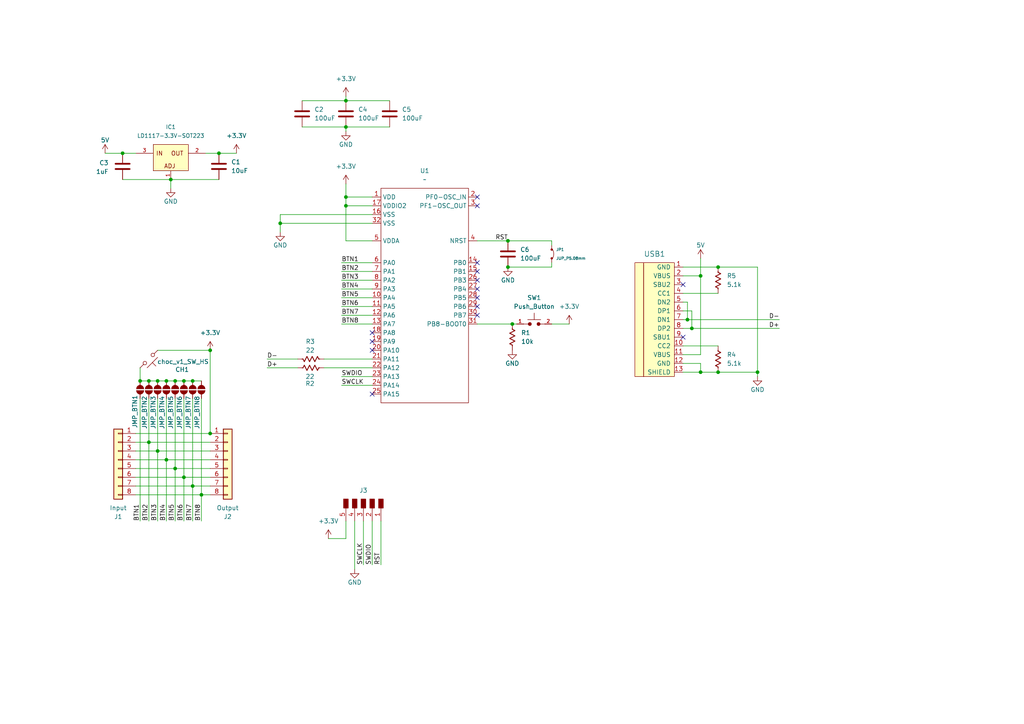
<source format=kicad_sch>
(kicad_sch (version 20250114) (generator "eeschema") (generator_version "9.0")
  (paper "A4")
  (lib_symbols
    (symbol "PCM_4ms_Power-symbol:+3.3V" (power) (pin_names (offset 0))
      (property "Value" "+3.3V" (at 0 3.556 0))
      (symbol "+3.3V_0_1"
        (polyline (pts (xy -0.762 1.27) (xy 0 2.54)))
        (polyline (pts (xy 0 2.54) (xy 0.762 1.27)))
        (polyline (pts (xy 0 0) (xy 0 2.54)))
      )
      (symbol "+3.3V_1_1"
        (pin power_in line (at 0 0 90) (length 0) (hide yes) (name "+3V3") (number "1"))
      )
    )
    (symbol "PCM_4ms_Regulator:LD1117-3.3V-SOT223" (pin_names (offset 1.016) (hide yes))
      (property "Reference" "IC" (at 2.54 -6.35 0))
      (property "Value" "LD1117-3.3V-SOT223" (at -4.445 4.445 0))
      (symbol "LD1117-3.3V-SOT223_1_0"
        (rectangle (start -5.08 3.81) (end 5.08 -3.81) (fill (type background)))
        (text "IN" (at -3.2766 1.2446 0) (effects (font (size 1.2192 1.2192))))
        (text "ADJ" (at -0.2794 -2.4384 0) (effects (font (size 1.2192 1.2192))))
        (text "OUT" (at 1.8796 1.2446 0) (effects (font (size 1.2192 1.2192))))
      )
      (symbol "LD1117-3.3V-SOT223_1_1"
        (pin input line (at -10.16 1.27 0) (length 5.08) (name "IN") (number "3"))
        (pin input line (at 0 -6.35 90) (length 2.54) (name "ADJ") (number "1"))
        (pin passive line (at 10.16 1.27 180) (length 5.08) (name "OUT") (number "2"))
      )
    )
    (symbol "PCM_Capacitor_AKL:C_0402" (pin_numbers (hide yes)) (pin_names (offset 0.254))
      (property "Reference" "C" (at 0.635 2.54 0))
      (property "Value" "C_0402" (at 0.635 -2.54 0))
      (symbol "C_0402_0_1"
        (polyline (pts (xy -2.032 0.762) (xy 2.032 0.762)) (stroke (width 0.508)))
        (polyline (pts (xy -2.032 -0.762) (xy 2.032 -0.762)) (stroke (width 0.508)))
      )
      (symbol "C_0402_0_2"
        (polyline (pts (xy -2.54 -2.54) (xy -0.381 -0.381)))
        (polyline (pts (xy -0.508 -0.508) (xy -1.651 0.635)) (stroke (width 0.508)))
        (polyline (pts (xy -0.508 -0.508) (xy 0.635 -1.651)) (stroke (width 0.508)))
        (polyline (pts (xy 0.381 0.381) (xy 2.54 2.54)))
        (polyline (pts (xy 0.508 0.508) (xy -0.635 1.651)) (stroke (width 0.508)))
        (polyline (pts (xy 0.508 0.508) (xy 1.651 -0.635)) (stroke (width 0.508)))
      )
      (symbol "C_0402_1_1"
        (pin passive line (at 0 3.81 270) (length 2.794) (name "~") (number "1"))
        (pin passive line (at 0 -3.81 90) (length 2.794) (name "~") (number "2"))
      )
      (symbol "C_0402_1_2"
        (pin passive line (at -2.54 -2.54 90) (length 0) (name "~") (number "2"))
        (pin passive line (at 2.54 2.54 270) (length 0) (name "~") (number "1"))
      )
    )
    (symbol "PCM_Resistor_US_AKL:R_0805" (pin_numbers (hide yes)) (pin_names (offset 0))
      (property "Reference" "R" (at 2.54 1.27 0))
      (property "Value" "R_0805" (at 2.54 -1.27 0))
      (symbol "R_0805_0_1"
        (polyline (pts (xy 0 2.286) (xy 0 2.54)) (stroke (width 0.254)))
        (polyline (pts (xy 0 2.286) (xy 0.762 1.905) (xy -0.762 1.143) (xy 0 0.762) (xy 0.762 0.381) (xy 0 0) (xy -0.762 -0.381) (xy 0 -0.762) (xy 0.762 -1.143) (xy 0 -1.524) (xy -0.762 -1.905) (xy 0 -2.286)) (stroke (width 0.254)))
        (polyline (pts (xy 0 -2.286) (xy 0 -2.54)) (stroke (width 0.254)))
      )
      (symbol "R_0805_0_2"
        (polyline (pts (xy -2.54 -2.54) (xy -1.778 -1.778)))
        (polyline (pts (xy -1.778 -1.778) (xy -1.524 -1.524)) (stroke (width 0.254)))
        (polyline (pts (xy -1.524 -1.524) (xy -1.778 -0.762) (xy -1.016 -1.016)) (stroke (width 0.254)))
        (polyline (pts (xy -0.508 -0.508) (xy -0.762 0.254) (xy 0 0)) (stroke (width 0.254)))
        (polyline (pts (xy -0.508 -0.508) (xy -0.254 -1.27) (xy -1.016 -1.016)) (stroke (width 0.254)))
        (polyline (pts (xy 0.508 0.508) (xy 0.254 1.27) (xy 1.016 1.016)) (stroke (width 0.254)))
        (polyline (pts (xy 0.508 0.508) (xy 0.762 -0.254) (xy 0 0)) (stroke (width 0.254)))
        (polyline (pts (xy 1.524 1.524) (xy 1.778 0.762) (xy 1.016 1.016)) (stroke (width 0.254)))
        (polyline (pts (xy 1.778 1.778) (xy 1.524 1.524)) (stroke (width 0.254)))
        (polyline (pts (xy 1.778 1.778) (xy 2.54 2.54)))
      )
      (symbol "R_0805_1_1"
        (pin passive line (at 0 3.81 270) (length 1.27) (name "~") (number "1"))
        (pin passive line (at 0 -3.81 90) (length 1.27) (name "~") (number "2"))
      )
      (symbol "R_0805_1_2"
        (pin passive line (at -2.54 -2.54 0) (length 0) (name "") (number "2"))
        (pin passive line (at 2.54 2.54 180) (length 0) (name "") (number "1"))
      )
    )
    (symbol "PCM_SL_Devices:Push_Button"
      (property "Reference" "SW" (at 0 6.35 0))
      (property "Value" "Push_Button" (at 0 4.445 0))
      (symbol "Push_Button_0_1"
        (polyline (pts (xy -3.175 0) (xy -1.778 0)))
        (polyline (pts (xy -1.905 1.27) (xy 1.905 1.27)))
        (circle (center -1.27 0) (radius 0.4579) (fill (type outline)))
        (polyline (pts (xy 0 1.27) (xy 0 3.175)))
        (circle (center 1.27 0) (radius 0.4579) (fill (type outline)))
        (polyline (pts (xy 1.778 0) (xy 3.175 0)))
      )
      (symbol "Push_Button_1_1"
        (pin passive line (at -5.08 0 0) (length 2) (name "") (number "1"))
        (pin passive line (at 5.08 0 180) (length 2) (name "") (number "2"))
      )
    )
    (symbol "PCM_SL_Jumpers_THT:JUP_P5.08mm"
      (property "Reference" "JP" (at -4.064 1.524 0))
      (property "Value" "JUP_P5.08mm" (at 1.27 1.524 0))
      (symbol "JUP_P5.08mm_0_1"
        (circle (center -1.27 0) (radius 0.254) (fill (type outline)))
        (arc (start -1.27 0.254) (mid 0 0.5892) (end 1.27 0.254))
        (circle (center 1.27 0) (radius 0.254) (fill (type outline)))
      )
      (symbol "JUP_P5.08mm_1_1"
        (pin passive line (at -2.54 0 0) (length 1.2) (name "") (number "1"))
        (pin passive line (at 2.54 0 180) (length 1.2) (name "") (number "2"))
      )
    )
    (symbol "PCM_SparkFun-Connector:Conn_01x08_JST_P1.25mm_Locking_Horizontal_SMD" (pin_names (offset 1.016) (hide yes))
      (property "Reference" "J" (at 0 10.16 0))
      (property "Value" "JST_Locking_8" (at 0 -12.7 0))
      (symbol "Conn_01x08_JST_P1.25mm_Locking_Horizontal_SMD_1_1"
        (rectangle (start -1.27 8.89) (end 1.27 -11.43) (stroke (width 0.254)) (fill (type background)))
        (rectangle (start -1.27 7.747) (end 0 7.493) (stroke (width 0.1524)))
        (rectangle (start -1.27 5.207) (end 0 4.953) (stroke (width 0.1524)))
        (rectangle (start -1.27 2.667) (end 0 2.413) (stroke (width 0.1524)))
        (rectangle (start -1.27 0.127) (end 0 -0.127) (stroke (width 0.1524)))
        (rectangle (start -1.27 -2.413) (end 0 -2.667) (stroke (width 0.1524)))
        (rectangle (start -1.27 -4.953) (end 0 -5.207) (stroke (width 0.1524)))
        (rectangle (start -1.27 -7.493) (end 0 -7.747) (stroke (width 0.1524)))
        (rectangle (start -1.27 -10.033) (end 0 -10.287) (stroke (width 0.1524)))
        (pin passive line (at -5.08 7.62 0) (length 3.81) (name "Pin_1") (number "1"))
        (pin passive line (at -5.08 5.08 0) (length 3.81) (name "Pin_2") (number "2"))
        (pin passive line (at -5.08 2.54 0) (length 3.81) (name "Pin_3") (number "3"))
        (pin passive line (at -5.08 0 0) (length 3.81) (name "Pin_4") (number "4"))
        (pin passive line (at -5.08 -2.54 0) (length 3.81) (name "Pin_5") (number "5"))
        (pin passive line (at -5.08 -5.08 0) (length 3.81) (name "Pin_6") (number "6"))
        (pin passive line (at -5.08 -7.62 0) (length 3.81) (name "Pin_7") (number "7"))
        (pin passive line (at -5.08 -10.16 0) (length 3.81) (name "Pin_8") (number "8"))
        (pin no_connect line (at 3.81 -11.43 90) (length 5.08) (hide yes) (name "NC") (number "NC2"))
        (pin no_connect line (at 6.35 -11.43 90) (length 5.08) (hide yes) (name "NC") (number "NC1"))
      )
    )
    (symbol "PCM_SparkFun-Jumper:SolderJumper_2_Open_No_Silk" (pin_numbers (hide yes)) (pin_names (offset 0) (hide yes))
      (property "Reference" "JP" (at 0 2.032 0))
      (property "Value" "~" (at 0 -2.54 0))
      (symbol "SolderJumper_2_Open_No_Silk_0_1"
        (polyline (pts (xy -0.254 1.016) (xy -0.254 -1.016)))
        (arc (start -0.254 -1.016) (mid -1.2656 0) (end -0.254 1.016))
        (arc (start -0.254 -1.016) (mid -1.2656 0) (end -0.254 1.016) (fill (type outline)))
        (arc (start 0.254 1.016) (mid 1.2656 0) (end 0.254 -1.016))
        (arc (start 0.254 1.016) (mid 1.2656 0) (end 0.254 -1.016) (fill (type outline)))
        (polyline (pts (xy 0.254 1.016) (xy 0.254 -1.016)))
      )
      (symbol "SolderJumper_2_Open_No_Silk_1_1"
        (pin passive line (at -2.54 0 0) (length 1.27) (name "A") (number "1"))
        (pin passive line (at 2.54 0 180) (length 1.27) (name "B") (number "2"))
      )
    )
    (symbol "PCM_SparkFun-PowerSymbol:5V" (power) (pin_names (offset 0))
      (property "Value" "5V" (at 0 3.81 0))
      (symbol "5V_0_1"
        (polyline (pts (xy -0.762 1.27) (xy 0 2.54)))
        (polyline (pts (xy 0 2.54) (xy 0.762 1.27)))
        (polyline (pts (xy 0 0) (xy 0 2.54)))
      )
      (symbol "5V_1_1"
        (pin power_in line (at 0 0 90) (length 0) (hide yes) (name "5V") (number "1"))
      )
    )
    (symbol "PCM_SparkFun-PowerSymbol:GND" (power) (pin_names (offset 0))
      (property "Value" "GND" (at 0 -3.81 0))
      (symbol "GND_0_1"
        (polyline (pts (xy 0 0) (xy 0 -1.27) (xy 1.27 -1.27) (xy 0 -2.54) (xy -1.27 -1.27) (xy 0 -1.27)))
      )
      (symbol "GND_1_1"
        (pin power_in line (at 0 0 270) (length 0) (hide yes) (name "GND") (number "1"))
      )
    )
    (symbol "PCM_fab:PinHeader_01x05_P2.54mm_Horizontal_SMD" (pin_names (hide yes))
      (property "Reference" "J" (at 0 7.62 0))
      (property "Value" "PinHeader_01x05_P2.54mm_Horizontal_SMD" (at 0 -7.62 0))
      (symbol "PinHeader_01x05_P2.54mm_Horizontal_SMD_1_1"
        (rectangle (start -1.27 5.715) (end 1.27 4.445) (stroke (width 0.254)) (fill (type outline)))
        (rectangle (start -1.27 3.175) (end 1.27 1.905) (stroke (width 0.254)) (fill (type outline)))
        (rectangle (start -1.27 0.635) (end 1.27 -0.635) (stroke (width 0.254)) (fill (type outline)))
        (rectangle (start -1.27 -1.905) (end 1.27 -3.175) (stroke (width 0.254)) (fill (type outline)))
        (rectangle (start -1.27 -4.445) (end 1.27 -5.715) (stroke (width 0.254)) (fill (type outline)))
        (pin passive line (at 5.08 5.08 180) (length 3.81) (name "Pin_1") (number "1"))
        (pin passive line (at 5.08 2.54 180) (length 3.81) (name "Pin_2") (number "2"))
        (pin passive line (at 5.08 0 180) (length 3.81) (name "Pin_3") (number "3"))
        (pin passive line (at 5.08 -2.54 180) (length 3.81) (name "Pin_4") (number "4"))
        (pin passive line (at 5.08 -5.08 180) (length 3.81) (name "Pin_5") (number "5"))
      )
    )
    (symbol "PCM_marbastlib-choc:choc_v1_SW_HS_CPG135001S30" (pin_numbers (hide yes)) (pin_names (offset 1.016) (hide yes))
      (property "Reference" "CH" (at 3.048 1.016 0))
      (property "Value" "choc_v1_SW_HS" (at 0 -3.81 0))
      (symbol "choc_v1_SW_HS_CPG135001S30_0_1"
        (polyline (pts (xy -2.54 2.54) (xy -1.524 1.524) (xy -1.524 1.524)))
        (circle (center -1.1684 1.1684) (radius 0.508))
        (polyline (pts (xy -0.508 2.54) (xy 2.54 -0.508)))
        (polyline (pts (xy 1.016 1.016) (xy 2.032 2.032)))
        (circle (center 1.143 -1.1938) (radius 0.508))
        (polyline (pts (xy 1.524 -1.524) (xy 2.54 -2.54) (xy 2.54 -2.54) (xy 2.54 -2.54)))
        (pin passive line (at -2.54 2.54 0) (length 0) (name "1") (number "1"))
        (pin passive line (at 2.54 -2.54 180) (length 0) (name "2") (number "2"))
      )
    )
    (symbol "Type-C:HRO-TYPE-C-31-M-12" (pin_names (offset 1.016))
      (property "Reference" "USB" (at -5.08 16.51 0))
      (property "Value" "HRO-TYPE-C-31-M-12" (at -10.16 -1.27 90))
      (symbol "HRO-TYPE-C-31-M-12_0_1"
        (rectangle (start -11.43 15.24) (end -8.89 -17.78) (fill (type background)))
        (rectangle (start 0 -17.78) (end -8.89 15.24) (fill (type background)))
      )
      (symbol "HRO-TYPE-C-31-M-12_1_1"
        (pin input line (at 2.54 13.97 180) (length 2.54) (name "GND") (number "1"))
        (pin input line (at 2.54 11.43 180) (length 2.54) (name "VBUS") (number "2"))
        (pin input line (at 2.54 8.89 180) (length 2.54) (name "SBU2") (number "3"))
        (pin input line (at 2.54 6.35 180) (length 2.54) (name "CC1") (number "4"))
        (pin input line (at 2.54 3.81 180) (length 2.54) (name "DN2") (number "5"))
        (pin input line (at 2.54 1.27 180) (length 2.54) (name "DP1") (number "6"))
        (pin input line (at 2.54 -1.27 180) (length 2.54) (name "DN1") (number "7"))
        (pin input line (at 2.54 -3.81 180) (length 2.54) (name "DP2") (number "8"))
        (pin input line (at 2.54 -6.35 180) (length 2.54) (name "SBU1") (number "9"))
        (pin input line (at 2.54 -8.89 180) (length 2.54) (name "CC2") (number "10"))
        (pin input line (at 2.54 -11.43 180) (length 2.54) (name "VBUS") (number "11"))
        (pin input line (at 2.54 -13.97 180) (length 2.54) (name "GND") (number "12"))
        (pin input line (at 2.54 -16.51 180) (length 2.54) (name "SHIELD") (number "13"))
      )
    )
    (symbol "mycustomsymbols:STM32F042K6"
      (property "Reference" "U" (at -12.192 30.734 0))
      (symbol "STM32F042K6_0_1"
        (rectangle (start -12.7 29.21) (end 12.7 -33.02))
      )
      (symbol "STM32F042K6_1_1"
        (pin bidirectional line (at -15.24 26.67 0) (length 2.54) (name "VDD") (number "1"))
        (pin bidirectional line (at -15.24 24.13 0) (length 2.54) (name "VDDIO2") (number "17"))
        (pin bidirectional line (at -15.24 21.59 0) (length 2.54) (name "VSS") (number "16"))
        (pin bidirectional line (at -15.24 19.05 0) (length 2.54) (name "VSS") (number "32"))
        (pin bidirectional line (at -15.24 13.97 0) (length 2.54) (name "VDDA") (number "5"))
        (pin bidirectional line (at -15.24 7.62 0) (length 2.54) (name "PA0") (number "6"))
        (pin bidirectional line (at -15.24 5.08 0) (length 2.54) (name "PA1") (number "7"))
        (pin bidirectional line (at -15.24 2.54 0) (length 2.54) (name "PA2") (number "8"))
        (pin bidirectional line (at -15.24 0 0) (length 2.54) (name "PA3") (number "9"))
        (pin bidirectional line (at -15.24 -2.54 0) (length 2.54) (name "PA4") (number "10"))
        (pin bidirectional line (at -15.24 -5.08 0) (length 2.54) (name "PA5") (number "11"))
        (pin bidirectional line (at -15.24 -7.62 0) (length 2.54) (name "PA6") (number "12"))
        (pin bidirectional line (at -15.24 -10.16 0) (length 2.54) (name "PA7") (number "13"))
        (pin bidirectional line (at -15.24 -12.7 0) (length 2.54) (name "PA8") (number "18"))
        (pin bidirectional line (at -15.24 -15.24 0) (length 2.54) (name "PA9") (number "19"))
        (pin bidirectional line (at -15.24 -17.78 0) (length 2.54) (name "PA10") (number "20"))
        (pin bidirectional line (at -15.24 -20.32 0) (length 2.54) (name "PA11") (number "21"))
        (pin bidirectional line (at -15.24 -22.86 0) (length 2.54) (name "PA12") (number "22"))
        (pin bidirectional line (at -15.24 -25.4 0) (length 2.54) (name "PA13") (number "23"))
        (pin bidirectional line (at -15.24 -27.94 0) (length 2.54) (name "PA14") (number "24"))
        (pin bidirectional line (at -15.24 -30.48 0) (length 2.54) (name "PA15") (number "25"))
        (pin bidirectional line (at 15.24 26.67 180) (length 2.54) (name "PF0-OSC_IN") (number "2"))
        (pin bidirectional line (at 15.24 24.13 180) (length 2.54) (name "PF1-OSC_OUT") (number "3"))
        (pin bidirectional line (at 15.24 13.97 180) (length 2.54) (name "NRST") (number "4"))
        (pin bidirectional line (at 15.24 7.62 180) (length 2.54) (name "PB0") (number "14"))
        (pin bidirectional line (at 15.24 5.08 180) (length 2.54) (name "PB1") (number "15"))
        (pin bidirectional line (at 15.24 2.54 180) (length 2.54) (name "PB3") (number "26"))
        (pin bidirectional line (at 15.24 0 180) (length 2.54) (name "PB4") (number "27"))
        (pin bidirectional line (at 15.24 -2.54 180) (length 2.54) (name "PB5") (number "28"))
        (pin bidirectional line (at 15.24 -5.08 180) (length 2.54) (name "PB6") (number "29"))
        (pin bidirectional line (at 15.24 -7.62 180) (length 2.54) (name "PB7") (number "30"))
        (pin bidirectional line (at 15.24 -10.16 180) (length 2.54) (name "PB8-BOOT0") (number "31"))
      )
    )
  )
  (junction (at 208.28 77.47))
  (junction (at 43.18 110.49))
  (junction (at 60.96 125.73))
  (junction (at 40.64 110.49))
  (junction (at 199.39 92.71))
  (junction (at 100.33 29.21))
  (junction (at 63.5 44.45))
  (junction (at 45.72 110.49))
  (junction (at 100.33 36.83))
  (junction (at 53.34 110.49))
  (junction (at 100.33 59.69))
  (junction (at 35.56 44.45))
  (junction (at 147.32 77.47))
  (junction (at 43.18 128.27))
  (junction (at 45.72 130.81))
  (junction (at 58.42 143.51))
  (junction (at 49.53 52.07))
  (junction (at 203.2 80.01))
  (junction (at 81.28 64.77))
  (junction (at 60.96 101.6))
  (junction (at 203.2 107.95))
  (junction (at 200.66 95.25))
  (junction (at 48.26 133.35))
  (junction (at 50.8 110.49))
  (junction (at 55.88 110.49))
  (junction (at 53.34 138.43))
  (junction (at 147.32 69.85))
  (junction (at 50.8 135.89))
  (junction (at 219.71 107.95))
  (junction (at 148.59 93.98))
  (junction (at 208.28 107.95))
  (junction (at 48.26 110.49))
  (junction (at 55.88 140.97))
  (junction (at 100.33 57.15))
  (no_connect (at 138.43 57.15))
  (no_connect (at 138.43 59.69))
  (no_connect (at 107.95 114.3))
  (no_connect (at 138.43 88.9))
  (no_connect (at 138.43 86.36))
  (no_connect (at 107.95 101.6))
  (no_connect (at 107.95 96.52))
  (no_connect (at 138.43 91.44))
  (no_connect (at 198.12 97.79))
  (no_connect (at 107.95 99.06))
  (no_connect (at 138.43 76.2))
  (no_connect (at 198.12 82.55))
  (no_connect (at 138.43 78.74))
  (no_connect (at 138.43 81.28))
  (no_connect (at 138.43 83.82))
  (wire (pts (xy 55.88 115.57) (xy 55.88 140.97)))
  (wire (pts (xy 110.49 163.83) (xy 110.49 151.13)))
  (wire (pts (xy 39.37 140.97) (xy 55.88 140.97)))
  (wire (pts (xy 50.8 135.89) (xy 60.96 135.89)))
  (wire (pts (xy 203.2 74.93) (xy 203.2 80.01)))
  (wire (pts (xy 39.37 125.73) (xy 60.96 125.73)))
  (wire (pts (xy 99.06 91.44) (xy 107.95 91.44)))
  (wire (pts (xy 203.2 107.95) (xy 208.28 107.95)))
  (wire (pts (xy 48.26 133.35) (xy 60.96 133.35)))
  (wire (pts (xy 165.1 93.98) (xy 160.02 93.98)))
  (wire (pts (xy 200.66 90.17) (xy 200.66 95.25)))
  (wire (pts (xy 39.37 135.89) (xy 50.8 135.89)))
  (wire (pts (xy 48.26 133.35) (xy 48.26 151.13)))
  (wire (pts (xy 200.66 95.25) (xy 226.06 95.25)))
  (wire (pts (xy 100.33 156.21) (xy 100.33 151.13)))
  (wire (pts (xy 149.86 93.98) (xy 148.59 93.98)))
  (wire (pts (xy 99.06 93.98) (xy 107.95 93.98)))
  (wire (pts (xy 43.18 128.27) (xy 60.96 128.27)))
  (wire (pts (xy 203.2 102.87) (xy 198.12 102.87)))
  (wire (pts (xy 86.36 104.14) (xy 77.47 104.14)))
  (wire (pts (xy 203.2 80.01) (xy 203.2 102.87)))
  (wire (pts (xy 87.63 29.21) (xy 100.33 29.21)))
  (wire (pts (xy 43.18 128.27) (xy 43.18 151.13)))
  (wire (pts (xy 30.48 44.45) (xy 35.56 44.45)))
  (wire (pts (xy 160.02 77.47) (xy 147.32 77.47)))
  (wire (pts (xy 107.95 69.85) (xy 100.33 69.85)))
  (wire (pts (xy 53.34 115.57) (xy 53.34 138.43)))
  (wire (pts (xy 198.12 92.71) (xy 199.39 92.71)))
  (wire (pts (xy 35.56 52.07) (xy 49.53 52.07)))
  (wire (pts (xy 100.33 53.34) (xy 100.33 57.15)))
  (wire (pts (xy 39.37 143.51) (xy 58.42 143.51)))
  (wire (pts (xy 40.64 106.68) (xy 40.64 110.49)))
  (wire (pts (xy 147.32 69.85) (xy 160.02 69.85)))
  (wire (pts (xy 160.02 69.85) (xy 160.02 71.12)))
  (wire (pts (xy 95.25 156.21) (xy 100.33 156.21)))
  (wire (pts (xy 81.28 64.77) (xy 81.28 67.31)))
  (wire (pts (xy 198.12 85.09) (xy 208.28 85.09)))
  (wire (pts (xy 105.41 151.13) (xy 105.41 163.83)))
  (wire (pts (xy 49.53 54.61) (xy 49.53 52.07)))
  (wire (pts (xy 59.69 44.45) (xy 63.5 44.45)))
  (wire (pts (xy 100.33 57.15) (xy 100.33 59.69)))
  (wire (pts (xy 203.2 105.41) (xy 198.12 105.41)))
  (wire (pts (xy 50.8 110.49) (xy 53.34 110.49)))
  (wire (pts (xy 39.37 128.27) (xy 43.18 128.27)))
  (wire (pts (xy 45.72 110.49) (xy 48.26 110.49)))
  (wire (pts (xy 60.96 101.6) (xy 45.72 101.6)))
  (wire (pts (xy 198.12 90.17) (xy 200.66 90.17)))
  (wire (pts (xy 107.95 59.69) (xy 100.33 59.69)))
  (wire (pts (xy 99.06 109.22) (xy 107.95 109.22)))
  (wire (pts (xy 198.12 100.33) (xy 208.28 100.33)))
  (wire (pts (xy 58.42 143.51) (xy 58.42 151.13)))
  (wire (pts (xy 100.33 59.69) (xy 100.33 69.85)))
  (wire (pts (xy 100.33 27.94) (xy 100.33 29.21)))
  (wire (pts (xy 100.33 29.21) (xy 113.03 29.21)))
  (wire (pts (xy 39.37 133.35) (xy 48.26 133.35)))
  (wire (pts (xy 50.8 135.89) (xy 50.8 151.13)))
  (wire (pts (xy 45.72 130.81) (xy 45.72 151.13)))
  (wire (pts (xy 48.26 115.57) (xy 48.26 133.35)))
  (wire (pts (xy 49.53 52.07) (xy 63.5 52.07)))
  (wire (pts (xy 55.88 140.97) (xy 60.96 140.97)))
  (wire (pts (xy 198.12 80.01) (xy 203.2 80.01)))
  (wire (pts (xy 99.06 111.76) (xy 107.95 111.76)))
  (wire (pts (xy 219.71 107.95) (xy 219.71 109.22)))
  (wire (pts (xy 100.33 38.1) (xy 100.33 36.83)))
  (wire (pts (xy 219.71 77.47) (xy 219.71 107.95)))
  (wire (pts (xy 208.28 77.47) (xy 219.71 77.47)))
  (wire (pts (xy 86.36 106.68) (xy 77.47 106.68)))
  (wire (pts (xy 99.06 83.82) (xy 107.95 83.82)))
  (wire (pts (xy 35.56 44.45) (xy 39.37 44.45)))
  (wire (pts (xy 58.42 115.57) (xy 58.42 143.51)))
  (wire (pts (xy 138.43 69.85) (xy 147.32 69.85)))
  (wire (pts (xy 198.12 87.63) (xy 199.39 87.63)))
  (wire (pts (xy 81.28 62.23) (xy 81.28 64.77)))
  (wire (pts (xy 53.34 138.43) (xy 53.34 151.13)))
  (wire (pts (xy 81.28 64.77) (xy 107.95 64.77)))
  (wire (pts (xy 99.06 76.2) (xy 107.95 76.2)))
  (wire (pts (xy 199.39 92.71) (xy 226.06 92.71)))
  (wire (pts (xy 55.88 110.49) (xy 58.42 110.49)))
  (wire (pts (xy 93.98 106.68) (xy 107.95 106.68)))
  (wire (pts (xy 39.37 130.81) (xy 45.72 130.81)))
  (wire (pts (xy 53.34 138.43) (xy 60.96 138.43)))
  (wire (pts (xy 39.37 138.43) (xy 53.34 138.43)))
  (wire (pts (xy 100.33 57.15) (xy 107.95 57.15)))
  (wire (pts (xy 160.02 76.2) (xy 160.02 77.47)))
  (wire (pts (xy 40.64 110.49) (xy 43.18 110.49)))
  (wire (pts (xy 107.95 163.83) (xy 107.95 151.13)))
  (wire (pts (xy 199.39 87.63) (xy 199.39 92.71)))
  (wire (pts (xy 53.34 110.49) (xy 55.88 110.49)))
  (wire (pts (xy 58.42 143.51) (xy 60.96 143.51)))
  (wire (pts (xy 203.2 105.41) (xy 203.2 107.95)))
  (wire (pts (xy 87.63 36.83) (xy 100.33 36.83)))
  (wire (pts (xy 60.96 101.6) (xy 60.96 125.73)))
  (wire (pts (xy 43.18 115.57) (xy 43.18 128.27)))
  (wire (pts (xy 45.72 115.57) (xy 45.72 130.81)))
  (wire (pts (xy 113.03 36.83) (xy 100.33 36.83)))
  (wire (pts (xy 63.5 44.45) (xy 68.58 44.45)))
  (wire (pts (xy 198.12 95.25) (xy 200.66 95.25)))
  (wire (pts (xy 99.06 78.74) (xy 107.95 78.74)))
  (wire (pts (xy 138.43 93.98) (xy 148.59 93.98)))
  (wire (pts (xy 50.8 115.57) (xy 50.8 135.89)))
  (wire (pts (xy 99.06 86.36) (xy 107.95 86.36)))
  (wire (pts (xy 93.98 104.14) (xy 107.95 104.14)))
  (wire (pts (xy 102.87 151.13) (xy 102.87 165.1)))
  (wire (pts (xy 203.2 107.95) (xy 198.12 107.95)))
  (wire (pts (xy 99.06 81.28) (xy 107.95 81.28)))
  (wire (pts (xy 208.28 107.95) (xy 219.71 107.95)))
  (wire (pts (xy 55.88 140.97) (xy 55.88 151.13)))
  (wire (pts (xy 99.06 88.9) (xy 107.95 88.9)))
  (wire (pts (xy 43.18 110.49) (xy 45.72 110.49)))
  (wire (pts (xy 45.72 130.81) (xy 60.96 130.81)))
  (wire (pts (xy 198.12 77.47) (xy 208.28 77.47)))
  (wire (pts (xy 81.28 62.23) (xy 107.95 62.23)))
  (wire (pts (xy 48.26 110.49) (xy 50.8 110.49)))
  (wire (pts (xy 40.64 151.13) (xy 40.64 115.57)))
  (label "BTN1" (at 40.64 151.13 90))
  (label "BTN2" (at 43.18 151.13 90))
  (label "BTN5" (at 99.06 86.36 0))
  (label "SWCLK" (at 99.06 111.76 0))
  (label "BTN6" (at 99.06 88.9 0))
  (label "BTN4" (at 48.26 151.13 90))
  (label "BTN7" (at 55.88 151.13 90))
  (label "SWCLK" (at 105.41 163.83 90))
  (label "D-" (at 77.47 104.14 0))
  (label "BTN8" (at 99.06 93.98 0))
  (label "BTN4" (at 99.06 83.82 0))
  (label "BTN1" (at 99.06 76.2 0))
  (label "RST" (at 110.49 163.83 90))
  (label "SWDIO" (at 99.06 109.22 0))
  (label "D+" (at 77.47 106.68 0))
  (label "BTN8" (at 58.42 151.13 90))
  (label "BTN6" (at 53.34 151.13 90))
  (label "BTN5" (at 50.8 151.13 90))
  (label "RST" (at 147.32 69.85 180))
  (label "BTN3" (at 45.72 151.13 90))
  (label "D+" (at 226.06 95.25 180))
  (label "BTN3" (at 99.06 81.28 0))
  (label "D-" (at 226.06 92.71 180))
  (label "BTN7" (at 99.06 91.44 0))
  (label "SWDIO" (at 107.95 163.83 90))
  (label "BTN2" (at 99.06 78.74 0))
  (symbol (lib_id "PCM_4ms_Regulator:LD1117-3.3V-SOT223") (at 49.53 45.72 0) (unit 1)
    (property "Reference" "IC1" (at 49.53 36.83 0) (effects (font (size 1.143 1.143))))
    (property "Value" "LD1117-3.3V-SOT223" (at 49.53 39.37 0) (effects (font (size 1.143 1.143))))
    (property "Footprint" "PCM_4ms_Package_SOT:SOT223" (effects (hide yes)))
    (property "Datasheet" "https://www.mouser.com/datasheet/2/389/cd00000544-1795431.pdf" (effects (hide yes)))
    (property "Description" "3.3V Voltage Regulator, SOT-223-3, Imax=0.8A, VinMax=15V, Vdrop=1V" (effects (hide yes)))
    (property "Manufacturer" "STMicroelectronics" (effects (hide yes)))
    (property "Part Number" "LD1117S33CTR" (effects (hide yes)))
  )
  (symbol (lib_id "PCM_Capacitor_AKL:C_0402") (at 147.32 73.66 180) (unit 1)
    (property "Reference" "C6" (at 150.876 72.3899 0) (effects (justify right)))
    (property "Value" "100uF" (at 150.876 74.9299 0) (effects (justify right)))
    (property "Footprint" "PCM_Capacitor_SMD_Handsoldering_AKL:C_0805_2012Metric" (effects (hide yes)))
    (property "Description" "SMD 0402 MLCC capacitor, Alternate KiCad Library" (effects (hide yes)))
  )
  (symbol (lib_id "PCM_SparkFun-Jumper:SolderJumper_2_Open_No_Silk") (at 48.26 113.03 90) (unit 1)
    (property "Reference" "JMP_BTN4" (at 46.99 124.4601 0) (effects (justify left)))
    (property "Footprint" "PCM_SparkFun-Jumper:Jumper_2_NO_NoSilk" (effects (hide yes)))
    (property "Description" "Solder Jumper, 2-pole, open" (effects (hide yes)))
  )
  (symbol (lib_id "PCM_Resistor_US_AKL:R_0805") (at 90.17 106.68 90) (unit 1)
    (property "Reference" "R2" (at 89.916 111.252 90))
    (property "Value" "22" (at 89.916 109.22 90))
    (property "Footprint" "PCM_Resistor_SMD_AKL:R_0805_2012Metric" (effects (hide yes)))
    (property "Description" "SMD 0805 Chip Resistor, US Symbol, Alternate KiCad Library" (effects (hide yes)))
  )
  (symbol (lib_id "PCM_fab:PinHeader_01x05_P2.54mm_Horizontal_SMD") (at 105.41 146.05 270) (unit 1)
    (property "Reference" "J3" (at 105.41 142.24 90))
    (property "Value" "PinHeader_01x05_P2.54mm_Horizontal_SMD" (effects (hide yes)))
    (property "Footprint" "PCM_fab:PinHeader_01x05_P2.54mm_Vertical_THT_D1.4mm" (effects (hide yes)))
    (property "Description" "Male connector, single row" (effects (hide yes)))
  )
  (symbol (lib_id "PCM_SparkFun-PowerSymbol:GND") (at 49.53 54.61 0) (unit 1)
    (property "Reference" "#PWR04" (effects (hide yes)))
    (property "Value" "GND" (at 49.53 58.42 0))
    (property "Description" "Power symbol creates a global label with name \"GND\" , ground" (effects (hide yes)))
  )
  (symbol (lib_id "PCM_SparkFun-Connector:Conn_01x08_JST_P1.25mm_Locking_Horizontal_SMD") (at 34.29 133.35 0) (mirror y) (unit 1)
    (property "Reference" "J1" (at 34.29 149.86 0))
    (property "Value" "Input" (at 34.29 147.32 0))
    (property "Footprint" "PCM_SparkFun-Connector:1x08_P2.54mm" (effects (hide yes)))
    (property "Datasheet" "https://www.jst-mfg.com/product/pdf/eng/eGH.pdf" (effects (hide yes)))
    (property "Description" "JST locking connector" (effects (hide yes)))
    (property "PROD_ID" "CONN-25026" (effects (hide yes)))
  )
  (symbol (lib_id "PCM_4ms_Power-symbol:+3.3V") (at 60.96 101.6 0) (unit 1)
    (property "Reference" "#PWR01" (effects (hide yes)))
    (property "Value" "+3.3V" (at 60.96 96.52 0))
  )
  (symbol (lib_id "PCM_Capacitor_AKL:C_0402") (at 35.56 48.26 0) (unit 1)
    (property "Reference" "C3" (at 31.496 47.2439 0) (effects (justify right)))
    (property "Value" "1uF" (at 31.496 49.7839 0) (effects (justify right)))
    (property "Footprint" "PCM_Capacitor_SMD_Handsoldering_AKL:C_0805_2012Metric" (effects (hide yes)))
    (property "Description" "SMD 0402 MLCC capacitor, Alternate KiCad Library" (effects (hide yes)))
  )
  (symbol (lib_id "PCM_SparkFun-Connector:Conn_01x08_JST_P1.25mm_Locking_Horizontal_SMD") (at 66.04 133.35 0) (unit 1)
    (property "Reference" "J2" (at 66.04 149.86 0))
    (property "Value" "Output" (at 66.04 147.32 0))
    (property "Footprint" "PCM_SparkFun-Connector:1x08_P2.54mm" (effects (hide yes)))
    (property "Datasheet" "https://www.jst-mfg.com/product/pdf/eng/eGH.pdf" (effects (hide yes)))
    (property "Description" "JST locking connector" (effects (hide yes)))
    (property "PROD_ID" "CONN-25026" (effects (hide yes)))
  )
  (symbol (lib_id "PCM_Capacitor_AKL:C_0402") (at 87.63 33.02 180) (unit 1)
    (property "Reference" "C2" (at 91.186 31.7499 0) (effects (justify right)))
    (property "Value" "100uF" (at 91.186 34.2899 0) (effects (justify right)))
    (property "Footprint" "PCM_Capacitor_SMD_Handsoldering_AKL:C_0805_2012Metric" (effects (hide yes)))
    (property "Description" "SMD 0402 MLCC capacitor, Alternate KiCad Library" (effects (hide yes)))
  )
  (symbol (lib_id "PCM_SparkFun-PowerSymbol:5V") (at 203.2 74.93 0) (unit 1)
    (property "Reference" "#PWR015" (effects (hide yes)))
    (property "Value" "5V" (at 203.2 71.12 0))
    (property "Description" "Power symbol creates a global label with name \"5V\"" (effects (hide yes)))
  )
  (symbol (lib_id "PCM_SparkFun-Jumper:SolderJumper_2_Open_No_Silk") (at 58.42 113.03 90) (unit 1)
    (property "Reference" "JMP_BTN8" (at 57.15 124.4601 0) (effects (justify left)))
    (property "Footprint" "PCM_SparkFun-Jumper:Jumper_2_NO_NoSilk" (effects (hide yes)))
    (property "Description" "Solder Jumper, 2-pole, open" (effects (hide yes)))
  )
  (symbol (lib_id "PCM_SparkFun-Jumper:SolderJumper_2_Open_No_Silk") (at 50.8 113.03 90) (unit 1)
    (property "Reference" "JMP_BTN5" (at 49.53 124.4601 0) (effects (justify left)))
    (property "Footprint" "PCM_SparkFun-Jumper:Jumper_2_NO_NoSilk" (effects (hide yes)))
    (property "Description" "Solder Jumper, 2-pole, open" (effects (hide yes)))
  )
  (symbol (lib_id "PCM_4ms_Power-symbol:+3.3V") (at 100.33 27.94 0) (unit 1)
    (property "Reference" "#PWR07" (effects (hide yes)))
    (property "Value" "+3.3V" (at 100.33 22.86 0))
  )
  (symbol (lib_id "PCM_SparkFun-Jumper:SolderJumper_2_Open_No_Silk") (at 53.34 113.03 90) (unit 1)
    (property "Reference" "JMP_BTN6" (at 52.07 124.4601 0) (effects (justify left)))
    (property "Footprint" "PCM_SparkFun-Jumper:Jumper_2_NO_NoSilk" (effects (hide yes)))
    (property "Description" "Solder Jumper, 2-pole, open" (effects (hide yes)))
  )
  (symbol (lib_id "PCM_Resistor_US_AKL:R_0805") (at 208.28 104.14 0) (unit 1)
    (property "Reference" "R4" (at 210.82 102.8699 0) (effects (justify left)))
    (property "Value" "5.1k" (at 210.82 105.4099 0) (effects (justify left)))
    (property "Footprint" "PCM_Resistor_SMD_AKL:R_0805_2012Metric" (effects (hide yes)))
    (property "Description" "SMD 0805 Chip Resistor, US Symbol, Alternate KiCad Library" (effects (hide yes)))
  )
  (symbol (lib_id "PCM_SparkFun-Jumper:SolderJumper_2_Open_No_Silk") (at 45.72 113.03 90) (unit 1)
    (property "Reference" "JMP_BTN3" (at 44.45 124.4601 0) (effects (justify left)))
    (property "Footprint" "PCM_SparkFun-Jumper:Jumper_2_NO_NoSilk" (effects (hide yes)))
    (property "Description" "Solder Jumper, 2-pole, open" (effects (hide yes)))
  )
  (symbol (lib_id "PCM_SparkFun-Jumper:SolderJumper_2_Open_No_Silk") (at 43.18 113.03 90) (unit 1)
    (property "Reference" "JMP_BTN2" (at 41.91 124.4601 0) (effects (justify left)))
    (property "Footprint" "PCM_SparkFun-Jumper:Jumper_2_NO_NoSilk" (effects (hide yes)))
    (property "Description" "Solder Jumper, 2-pole, open" (effects (hide yes)))
  )
  (symbol (lib_id "PCM_marbastlib-choc:choc_v1_SW_HS_CPG135001S30") (at 43.18 104.14 0) (mirror x) (unit 1)
    (property "Reference" "CH1" (at 52.832 107.188 0))
    (property "Value" "choc_v1_SW_HS" (at 53.086 104.902 0))
    (property "Footprint" "PCM_marbastlib-choc:SW_choc_v1_HS_CPG135001S30_1u" (effects (hide yes)))
    (property "Description" "Push button switch, normally open, two pins, 45° tilted" (effects (hide yes)))
  )
  (symbol (lib_id "PCM_SparkFun-PowerSymbol:GND") (at 100.33 38.1 0) (unit 1)
    (property "Reference" "#PWR08" (effects (hide yes)))
    (property "Value" "GND" (at 100.33 41.91 0))
    (property "Description" "Power symbol creates a global label with name \"GND\" , ground" (effects (hide yes)))
  )
  (symbol (lib_id "PCM_SparkFun-Jumper:SolderJumper_2_Open_No_Silk") (at 55.88 113.03 90) (unit 1)
    (property "Reference" "JMP_BTN7" (at 54.61 124.4601 0) (effects (justify left)))
    (property "Footprint" "PCM_SparkFun-Jumper:Jumper_2_NO_NoSilk" (effects (hide yes)))
    (property "Description" "Solder Jumper, 2-pole, open" (effects (hide yes)))
  )
  (symbol (lib_id "PCM_SparkFun-Jumper:SolderJumper_2_Open_No_Silk") (at 40.64 113.03 270) (unit 1)
    (property "Reference" "JMP_BTN1" (at 39.116 114.5539 0) (effects (justify left)))
    (property "Footprint" "PCM_SparkFun-Jumper:Jumper_2_NO_NoSilk" (effects (hide yes)))
    (property "Description" "Solder Jumper, 2-pole, open" (effects (hide yes)))
  )
  (symbol (lib_id "PCM_SL_Jumpers_THT:JUP_P5.08mm") (at 160.02 73.66 270) (unit 1)
    (property "Reference" "JP1" (at 161.29 72.39 90) (effects (font (size 0.8 0.8)) (justify left)))
    (property "Value" "JUP_P5.08mm" (at 161.29 74.93 90) (effects (font (size 0.8 0.8)) (justify left)))
    (property "Footprint" "PCM_SL_Jumpers:JUP_P5.08mm" (effects (hide yes)))
    (property "Description" "Through-Hole Jumpers or wire links with a pin space of 5.08mm" (effects (hide yes)))
  )
  (symbol (lib_id "PCM_SL_Devices:Push_Button") (at 154.94 93.98 0) (unit 1)
    (property "Reference" "SW1" (at 154.94 86.36 0))
    (property "Value" "Push_Button" (at 154.94 88.9 0))
    (property "Footprint" "Button_Switch_THT:SW_PUSH_6mm" (effects (hide yes)))
    (property "Description" "Common 6mmx6mm Push Button" (effects (hide yes)))
  )
  (symbol (lib_id "PCM_4ms_Power-symbol:+3.3V") (at 100.33 53.34 0) (unit 1)
    (property "Reference" "#PWR05" (effects (hide yes)))
    (property "Value" "+3.3V" (at 100.33 48.26 0))
  )
  (symbol (lib_id "PCM_SparkFun-PowerSymbol:GND") (at 102.87 165.1 0) (unit 1)
    (property "Reference" "#PWR09" (effects (hide yes)))
    (property "Value" "GND" (at 102.87 168.91 0))
    (property "Description" "Power symbol creates a global label with name \"GND\" , ground" (effects (hide yes)))
  )
  (symbol (lib_id "PCM_Resistor_US_AKL:R_0805") (at 90.17 104.14 90) (mirror x) (unit 1)
    (property "Reference" "R3" (at 88.646 99.0599 90) (effects (justify right)))
    (property "Value" "22" (at 88.646 101.5999 90) (effects (justify right)))
    (property "Footprint" "PCM_Resistor_SMD_AKL:R_0805_2012Metric" (effects (hide yes)))
    (property "Description" "SMD 0805 Chip Resistor, US Symbol, Alternate KiCad Library" (effects (hide yes)))
  )
  (symbol (lib_id "PCM_SparkFun-PowerSymbol:GND") (at 148.59 101.6 0) (unit 1)
    (property "Reference" "#PWR010" (effects (hide yes)))
    (property "Value" "GND" (at 148.59 105.41 0))
    (property "Description" "Power symbol creates a global label with name \"GND\" , ground" (effects (hide yes)))
  )
  (symbol (lib_id "PCM_Capacitor_AKL:C_0402") (at 63.5 48.26 180) (unit 1)
    (property "Reference" "C1" (at 67.056 46.9899 0) (effects (justify right)))
    (property "Value" "10uF" (at 67.056 49.5299 0) (effects (justify right)))
    (property "Footprint" "PCM_Capacitor_SMD_Handsoldering_AKL:C_0805_2012Metric" (effects (hide yes)))
    (property "Description" "SMD 0402 MLCC capacitor, Alternate KiCad Library" (effects (hide yes)))
  )
  (symbol (lib_id "PCM_4ms_Power-symbol:+3.3V") (at 165.1 93.98 0) (unit 1)
    (property "Reference" "#PWR011" (effects (hide yes)))
    (property "Value" "+3.3V" (at 165.1 88.9 0))
  )
  (symbol (lib_id "PCM_4ms_Power-symbol:+3.3V") (at 95.25 156.21 0) (unit 1)
    (property "Reference" "#PWR012" (effects (hide yes)))
    (property "Value" "+3.3V" (at 95.25 151.13 0))
  )
  (symbol (lib_id "PCM_SparkFun-PowerSymbol:GND") (at 81.28 67.31 0) (unit 1)
    (property "Reference" "#PWR06" (effects (hide yes)))
    (property "Value" "GND" (at 81.28 71.12 0))
    (property "Description" "Power symbol creates a global label with name \"GND\" , ground" (effects (hide yes)))
  )
  (symbol (lib_id "Type-C:HRO-TYPE-C-31-M-12") (at 195.58 91.44 0) (unit 1)
    (property "Reference" "USB1" (at 189.865 73.66 0) (effects (font (size 1.524 1.524))))
    (property "Value" "HRO-TYPE-C-31-M-12" (effects (hide yes)))
    (property "Footprint" "extern:HRO-TYPE-C-31-M-12-HandSoldering" (effects (hide yes)))
  )
  (symbol (lib_id "PCM_SparkFun-PowerSymbol:5V") (at 30.48 44.45 0) (unit 1)
    (property "Reference" "#PWR03" (effects (hide yes)))
    (property "Value" "5V" (at 30.48 40.64 0))
    (property "Description" "Power symbol creates a global label with name \"5V\"" (effects (hide yes)))
  )
  (symbol (lib_id "PCM_Resistor_US_AKL:R_0805") (at 208.28 81.28 0) (unit 1)
    (property "Reference" "R5" (at 210.82 80.0099 0) (effects (justify left)))
    (property "Value" "5.1k" (at 210.82 82.5499 0) (effects (justify left)))
    (property "Footprint" "PCM_Resistor_SMD_AKL:R_0805_2012Metric" (effects (hide yes)))
    (property "Description" "SMD 0805 Chip Resistor, US Symbol, Alternate KiCad Library" (effects (hide yes)))
  )
  (symbol (lib_id "PCM_Capacitor_AKL:C_0402") (at 100.33 33.02 180) (unit 1)
    (property "Reference" "C4" (at 103.886 31.7499 0) (effects (justify right)))
    (property "Value" "100uF" (at 103.886 34.2899 0) (effects (justify right)))
    (property "Footprint" "PCM_Capacitor_SMD_Handsoldering_AKL:C_0805_2012Metric" (effects (hide yes)))
    (property "Description" "SMD 0402 MLCC capacitor, Alternate KiCad Library" (effects (hide yes)))
  )
  (symbol (lib_id "PCM_4ms_Power-symbol:+3.3V") (at 68.58 44.45 0) (unit 1)
    (property "Reference" "#PWR02" (effects (hide yes)))
    (property "Value" "+3.3V" (at 68.58 39.37 0))
  )
  (symbol (lib_id "PCM_SparkFun-PowerSymbol:GND") (at 147.32 77.47 0) (unit 1)
    (property "Reference" "#PWR013" (effects (hide yes)))
    (property "Value" "GND" (at 147.32 81.28 0))
    (property "Description" "Power symbol creates a global label with name \"GND\" , ground" (effects (hide yes)))
  )
  (symbol (lib_id "PCM_SparkFun-PowerSymbol:GND") (at 219.71 109.22 0) (unit 1)
    (property "Reference" "#PWR014" (effects (hide yes)))
    (property "Value" "GND" (at 219.71 113.03 0))
    (property "Description" "Power symbol creates a global label with name \"GND\" , ground" (effects (hide yes)))
  )
  (symbol (lib_id "PCM_Resistor_US_AKL:R_0805") (at 148.59 97.79 180) (unit 1)
    (property "Reference" "R1" (at 151.13 96.5199 0) (effects (justify right)))
    (property "Value" "10k" (at 151.13 99.0599 0) (effects (justify right)))
    (property "Footprint" "PCM_Resistor_SMD_AKL:R_0805_2012Metric" (effects (hide yes)))
    (property "Description" "SMD 0805 Chip Resistor, US Symbol, Alternate KiCad Library" (effects (hide yes)))
  )
  (symbol (lib_id "mycustomsymbols:STM32F042K6") (at 123.19 83.82 0) (unit 1)
    (property "Reference" "U1" (at 123.19 49.53 0))
    (property "Value" "~" (at 123.19 52.07 0))
    (property "Footprint" "PCM_Package_QFP_AKL:LQFP-36_7x7mm_P0.65mm" (effects (hide yes)))
  )
  (symbol (lib_id "PCM_Capacitor_AKL:C_0402") (at 113.03 33.02 180) (unit 1)
    (property "Reference" "C5" (at 116.586 31.7499 0) (effects (justify right)))
    (property "Value" "100uF" (at 116.586 34.2899 0) (effects (justify right)))
    (property "Footprint" "PCM_Capacitor_SMD_Handsoldering_AKL:C_0805_2012Metric" (effects (hide yes)))
    (property "Description" "SMD 0402 MLCC capacitor, Alternate KiCad Library" (effects (hide yes)))
  )
)
</source>
